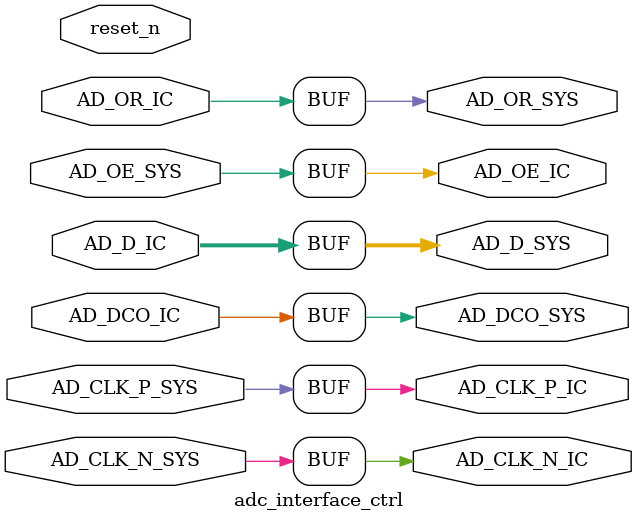
<source format=v>
module adc_interface_ctrl
#(
    parameter P_COUNTER_ENABLE = 0
)
(
    input wire reset_n              ,

    output wire        AD_CLK_P_IC  ,
    output wire        AD_CLK_N_IC  ,
    input  wire [13:0] AD_D_IC      ,
    input  wire        AD_DCO_IC    ,
    output wire        AD_OE_IC     ,
    input  wire        AD_OR_IC     ,

    input  wire        AD_CLK_P_SYS ,
    input  wire        AD_CLK_N_SYS ,
    output wire [13:0] AD_D_SYS     ,
    output wire        AD_DCO_SYS   ,
    input  wire        AD_OE_SYS    ,
    output wire        AD_OR_SYS
);

    reg [13:0] counter;

    always@(posedge AD_CLK_P_SYS) begin
        if (!reset_n)
            counter <= 14'b0;
        else
            counter <= counter + 1'b1;
    end

    assign AD_CLK_P_IC = (P_COUNTER_ENABLE == 0) ? AD_CLK_P_SYS : 1'b0;
    assign AD_CLK_N_IC = (P_COUNTER_ENABLE == 0) ? AD_CLK_N_SYS : 1'b0;
    assign AD_D_SYS    = (P_COUNTER_ENABLE == 0) ? AD_D_IC : counter;
    assign AD_DCO_SYS  = (P_COUNTER_ENABLE == 0) ? AD_DCO_IC : AD_CLK_P_SYS;
    assign AD_OE_IC    = (P_COUNTER_ENABLE == 0) ? AD_OE_SYS : 1'b0;
    assign AD_OR_SYS   = (P_COUNTER_ENABLE == 0) ? AD_OR_IC : 1'b0;

endmodule
</source>
